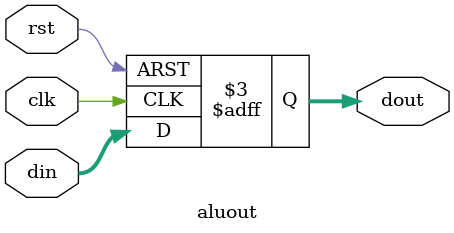
<source format=v>
module aluout(clk, rst, din, dout);
  input clk;
  input rst;
  input[31:0] din;
  output[31:0] dout;
  
  reg[31:0] dout;
  
  always@(posedge clk or negedge rst)
  begin
    if(!rst)
      dout <= 32'd0;
    else
      dout <= din;
  end
   
    
endmodule

</source>
